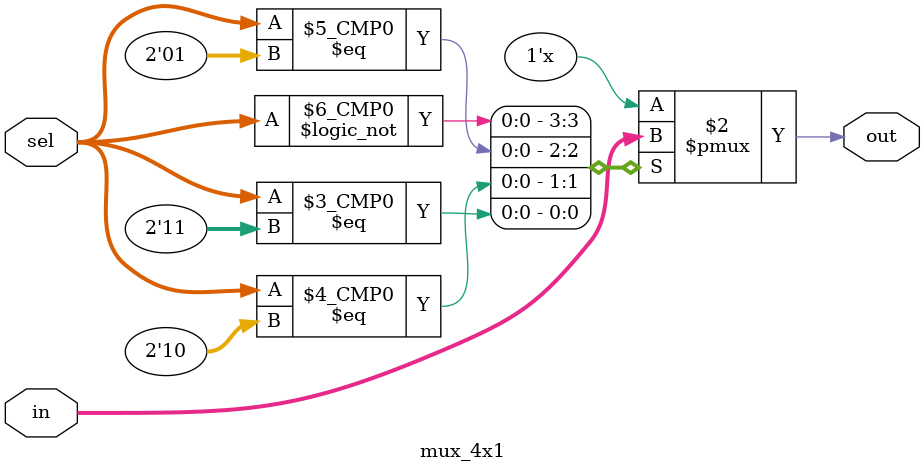
<source format=v>

`include	 "counter4b.v"
`include  "counter2b.v"
`include  "ipcore_dir/counter7b.v"
`include  "dcm180.v"

module dds_9958(
	output wire ready_o, 
	output wire [5:0] amp_o, 
	output reg [31:0] freq_o, 
	output reg [13:0] phase_o, 
	output wire [7:0] dds_spi_o, 
	output wire [63:0] check_o,
	output wire [7:0] id,
	input wire clk_i, 
	input wire reset_i, 
	input wire dds_reset_i,
	input wire [31:0] data_i, 
	input wire [3:0] cmd_i, 
	input wire cmdtrig_i, 
	input wire [1:0] sel,
	output reg [7:0] test_o);
	
	//ad9959
	assign id = 8'h00;
	
	localparam			ACMD_FRQ	= 2'b00;
	localparam			ACMD_PHS	= 2'b01;
	localparam			ACMD_AMP	= 2'b10;
	localparam			ACMD_CHN	= 2'b11;

    //addressing stuffs
	parameter   MYADDR = 0;
	wire  new_cmd_trig = cmdtrig_i & (cmd_i[3:2] == MYADDR) & ready_o;
	assign dds_spi_o[4] = dds_reset_i & (cmd_i[3:2] == MYADDR);

    //fix up inputs
	reg [39:0] fixedData;
	reg [3:0] limit;

	//input fixing mux
	/*always @(data_i, cmd_i) 
	case(cmd_i[1:0])
		ACMD_FRQ: begin
						limit <= 4'h9;
						fixedData[39:0] <= {8'h04, data_i[31:0]};
				  end
		ACMD_PHS: begin
						limit <= 4'h5;
						fixedData [39:0] <= (sel[1]) ? {16'h0005, 2'b00, data_i[13:0]} : {data_i[23:0], 16'h0000};//{data_i[31:24], 2'b00, data_i[13:0], 16'h0000};
				  end
		ACMD_AMP: begin
						limit <= 4'h7;
						fixedData <= (sel[1]) ? {20'h06001, data_i[11:0]}  : {data_i[31:0], 8'h00};//{data_i[31:24], 12'h001, 2'b00, data_i[9:0], 8'h00};
				  end
		ACMD_CHN: begin
						limit <= 4'h3;
						fixedData <= {data_i[15:0], 24'h0000000};
						test_o <= data_i[7:0];
					end
		endcase*/
		  
	always @(negedge clk_i) begin
		if (new_cmd_trig) begin
			case(cmd_i[1:0])
            ACMD_FRQ: begin
                        limit <= 4'h9;
								fixedData[39:0] <= {8'h04, data_i[31:0]};
                    end
            ACMD_PHS: begin
								limit <= 4'h5;
								fixedData[39:0] <= (sel[1]) ? {8'h05, 2'b00, data_i[13:0], 16'h0000} : {data_i[23:0], 16'h0000};//{data_i[31:24], 2'b00, data_i[13:0], 16'h0000}; Changed for correct phase operation CWC 10252012
                    end
            ACMD_AMP: begin
								limit <= 4'h7;
								fixedData[39:0] <= (sel[1]) ? {20'h06001, 2'b0, data_i[9:0], 8'h00}  : {data_i[31:0], 8'h00};//{data_i[31:24], 12'h001, 2'b00, data_i[9:0], 8'h00};
                    end
            ACMD_CHN: begin
								limit <= 4'h3;
								fixedData[39:0] <= {data_i[15:0], 24'h0000000};
								test_o <= data_i[7:0];
                    end
			endcase
		end
	end
	//piso declaration
	multiplexedPISO_9959 ddsSend(.clk(clk_i),  .rset(reset_i), .trig(new_cmd_trig), .parIn(fixedData[39:0]), .sel(sel[0]), .sdio(dds_spi_o[3:0]), .ioUpdate(dds_spi_o[7]), .csb(dds_spi_o[6]), .sclk(dds_spi_o[5]), .limit(limit[3:0]), .ready(ready_o));

	//SPI_4 CHECKER
	supply0 lo;
	wire [63:0] checkedData;
	wire [63:0] shifted = {checkedData[59:0], dds_spi_o[3:0]};
	wire read = ~dds_spi_o[6];
	ramW64D2 shifterRam(.clka(dds_spi_o[5]), .wea(read), .addra(lo), .dina(shifted[63:0]), .douta(checkedData[63:0]));
	
	assign check_o = checkedData;

endmodule

module dds_9959(
	output wire ready_o, 
	output wire [5:0] amp_o, 
	output reg [31:0] freq_o, 
	output reg [13:0] phase_o, 
	output wire [7:0] dds_spi_o, 
	output wire [63:0] check_o,
	output wire [7:0] id,
	input wire clk_i, 
	input wire reset_i, 
	input wire dds_reset_i,
	input wire [31:0] data_i, 
	input wire [3:0] cmd_i, 
	input wire cmdtrig_i, 
	input wire [1:0] sel,
	output reg [7:0] test_o);
	
	//ad9959
	assign id = 8'h01;
	
	localparam			ACMD_FRQ	= 2'b00;
	localparam			ACMD_PHS	= 2'b01;
	localparam			ACMD_AMP	= 2'b10;
	localparam			ACMD_CHN	= 2'b11;

    //addressing stuffs
	parameter   MYADDR = 0;
	wire  new_cmd_trig = cmdtrig_i & (cmd_i[3:2] == MYADDR) & ready_o;
	assign dds_spi_o[4] = dds_reset_i & (cmd_i[3:2] == MYADDR);

    //fix up inputs
	reg [39:0] fixedData;
	reg [3:0] limit;

	//input fixing mux
	/*always @(data_i, cmd_i) 
	case(cmd_i[1:0])
		ACMD_FRQ: begin
						limit <= 4'h9;
						fixedData[39:0] <= {8'h04, data_i[31:0]};
				  end
		ACMD_PHS: begin
						limit <= 4'h5;
						fixedData [39:0] <= (sel[1]) ? {16'h0005, 2'b00, data_i[13:0]} : {data_i[23:0], 16'h0000};//{data_i[31:24], 2'b00, data_i[13:0], 16'h0000};
				  end
		ACMD_AMP: begin
						limit <= 4'h7;
						fixedData <= (sel[1]) ? {20'h06001, data_i[11:0]}  : {data_i[31:0], 8'h00};//{data_i[31:24], 12'h001, 2'b00, data_i[9:0], 8'h00};
				  end
		ACMD_CHN: begin
						limit <= 4'h3;
						fixedData <= {data_i[15:0], 24'h0000000};
						test_o <= data_i[7:0];
					end
		endcase*/
		  
	always @(negedge clk_i) begin
		if (new_cmd_trig) begin
			case(cmd_i[1:0])
            ACMD_FRQ: begin
                        limit <= 4'h9;
								fixedData[39:0] <= {8'h04, data_i[31:0]};
                    end
            ACMD_PHS: begin
								limit <= 4'h5;
								fixedData[39:0] <= (sel[1]) ? {8'h05, 2'b00, data_i[13:0], 16'h0000} : {data_i[23:0], 16'h0000};//{data_i[31:24], 2'b00, data_i[13:0], 16'h0000}; Changed for correct phase operation CWC 10252012
                    end
            ACMD_AMP: begin
								limit <= 4'h7;
								fixedData[39:0] <= (sel[1]) ? {20'h06001, 2'b0, data_i[9:0], 8'h00}  : {data_i[31:0], 8'h00};//{data_i[31:24], 12'h001, 2'b00, data_i[9:0], 8'h00};
                    end
            ACMD_CHN: begin
								limit <= 4'h3;
								fixedData[39:0] <= {data_i[15:0], 24'h0000000};
								test_o <= data_i[7:0];
                    end
			endcase
		end
	end
	//piso declaration
	multiplexedPISO_9959 ddsSend(.clk(clk_i),  .rset(reset_i), .trig(new_cmd_trig), .parIn(fixedData[39:0]), .sel(sel[0]), .sdio(dds_spi_o[3:0]), .ioUpdate(dds_spi_o[7]), .csb(dds_spi_o[6]), .sclk(dds_spi_o[5]), .limit(limit[3:0]), .ready(ready_o));

	//SPI_4 CHECKER
	supply0 lo;
	wire [63:0] checkedData;
	wire [63:0] shifted = {checkedData[59:0], dds_spi_o[3:0]};
	wire read = ~dds_spi_o[6];
	ramW64D2 shifterRam(.clka(dds_spi_o[5]), .wea(read), .addra(lo), .dina(shifted[63:0]), .douta(checkedData[63:0]));
	
	assign check_o = checkedData;

endmodule

//PISO *******************************************************************************
module multiplexedPISO_9959(clk, rset, trig, parIn, sel, sdio, ioUpdate, csb, sclk, limit, ready);
	input wire clk;
	input wire rset;
	input wire trig;
	input wire [39:0] parIn;
	input wire sel;
	output wire [3:0] sdio;
	output wire ioUpdate;
	output wire csb;
	output wire sclk;
	input wire [3:0] limit;
	output wire ready;
	
	//ioupdate counter
	wire ioSend;
	wire ioSend_ = ~ioSend;
	wire [1:0] ioCounts;
	counter2b ioCtr(.sclr(ioSend_), .clk(clk), .q(ioCounts));
	wire ioEqual = &ioCounts[1:0];
	
	//serial multiplexed circuits
	wire send;
	wire send_ = ~send;
	
	//INIT - sends single-wire SPI signal
	reg [15:0] initWord = 16'h00c6; //16'b0000000011000110 accessing CSR register (0x00), enabling both channels, set to 4-bit serial mode, and MSB first 
	wire [3:0] initCounts;
	wire initSend = send_ | ~sel | ioSend;
	counter4b initCtr(.sclr(initSend), .clk(clk), .q(initCounts[3:0]));
	
	wire initDone = &initCounts[3:0];
	wire initPart1, initPart2, initOut;
	mux_8x1 im0(.in(initWord[15:8]), .sel(initCounts[2:0]), .out(initPart1));
	mux_8x1 im1(.in(initWord[7:0]), .sel(initCounts[2:0]), .out(initPart2));
	MUXF7 muxf7_i(.I0(initPart1), .I1(initPart2), .S(initCounts[3]), .O(initOut));
	
	//AD-32 - sends 4-wire SPI signal
	wire [3:0] adCounts;
	wire adSend = send_ | sel | ioSend;
	counter4b adCtr(.sclr(adSend), .clk(clk), .q(adCounts[3:0]));
	
	wire adDone = adCounts == limit; //4'h9;
	wire [3:0] adPart1, adPart2, adPart3, adPart4, adOut;
	mux_16x4 ad1(.in(parIn[39:24]), .sel(adCounts[1:0]), .out(adPart1[3:0]));
	mux_16x4 ad2(.in(parIn[23:8]), .sel(adCounts[1:0]), .out(adPart2[3:0]));
	
	MUXF6 muxf6_1(.I0(adPart1[3]), .I1(adPart2[3]), .S(adCounts[2]), .O(adPart3[3]));
	MUXF6 muxf6_2(.I0(adPart1[2]), .I1(adPart2[2]), .S(adCounts[2]), .O(adPart3[2]));
	MUXF6 muxf6_3(.I0(adPart1[1]), .I1(adPart2[1]), .S(adCounts[2]), .O(adPart3[1]));
	MUXF6 muxf6_4(.I0(adPart1[0]), .I1(adPart2[0]), .S(adCounts[2]), .O(adPart3[0]));
	
	MUXCY mxcy_1(.DI(parIn[7]), .CI(parIn[3]), .S(adCounts[0]), .O(adPart4[3]));
	MUXCY mxcy_2(.DI(parIn[6]), .CI(parIn[2]), .S(adCounts[0]), .O(adPart4[2]));
	MUXCY mxcy_3(.DI(parIn[5]), .CI(parIn[1]), .S(adCounts[0]), .O(adPart4[1]));
	MUXCY mxcy_4(.DI(parIn[4]), .CI(parIn[0]), .S(adCounts[0]), .O(adPart4[0]));
	
	MUXF7 muxf7_1(.I0(adPart3[3]), .I1(adPart4[3]), .S(adCounts[3]), .O(adOut[3]));
	MUXF7 muxf7_2(.I0(adPart3[2]), .I1(adPart4[2]), .S(adCounts[3]), .O(adOut[2]));
	MUXF7 muxf7_3(.I0(adPart3[1]), .I1(adPart4[1]), .S(adCounts[3]), .O(adOut[1]));
	MUXF7 muxf7_4(.I0(adPart3[0]), .I1(adPart4[0]), .S(adCounts[3]), .O(adOut[0]));

	//state machine
	wire serCtrRset = send_ | ioSend;
	wire serDone = initDone | adDone;
	wire done;
	wire done_ = ~done;
	wire toggle = (trig & send_) | done;
	FDCE_1 FDCE_1_1 (.Q(send), .C(clk), .CE(toggle), .CLR(rset), .D(send_));
	
	wire toggle2 = (send & serDone & ioSend_) | done;
	FDCE_1 FDCE_n_1(.Q(ioSend), .C(clk), .CE(toggle2), .CLR(rset), .D(ioSend_));
	
	wire toggle3 = (ioSend & ioEqual) | done;
	FDCE FDCE_n_2 (.Q(done), .C(clk), .CE(toggle3), .CLR(rset), .D(done_));
	
	//final assignments
	assign sdio[0] = (adOut[0] & ~sel) | (initOut & sel);
	assign sdio[3:1] = adOut[3:1];
	
	dcm180 dcm2(.CLKIN_IN(clk), .CLK180_OUT(sclk));
	
	//ire notDelayedUpdate = ioSend & ~sel;
	FDC FDC_n_1 (.Q(ioUpdate), .C(clk), .CLR(rset), .D(ioSend));
	
	wire csb1, csb2;
	assign csb1 = (~trig & send_) | ioSend;
	wire notDelayedCsb = (~trig & send_) | ioSend;
	FDC FDC_n_2 (.Q(csb2), .C(clk), .CLR(rset), .D(notDelayedCsb));
	assign csb = csb1 & csb2;
	
	assign ready = send_ & ~ioUpdate;
endmodule

//MUX STACK *******************************************************************************

module mux_16x4(in, sel, out);
	input wire [15:0] in;
	input wire [1:0] sel;
	output wire [3:0] out;
	
	wire [3:0] w0 = {in[15], in[11], in[7], in[3]}; 
	mux_4x1 m0(.in(w0[3:0]), .sel(sel[1:0]), .out(out[3]));
	
	wire [3:0] w1 = {in[14], in[10], in[6], in[2]}; 
	mux_4x1 m1(.in(w1[3:0]), .sel(sel[1:0]), .out(out[2]));
	
	wire [3:0] w2 = {in[13], in[9], in[5], in[1]}; 
	mux_4x1 m2(.in(w2[3:0]), .sel(sel[1:0]), .out(out[1]));
	
	wire [3:0] w3 = {in[12], in[8], in[4], in[0]}; 
	mux_4x1 m3(.in(w3[3:0]), .sel(sel[1:0]), .out(out[0]));
endmodule

module mux_8x1(in, sel, out);
	input wire [7:0] in;
	input wire [2:0] sel;
	output wire out;
	wire [1:0] bus;

	mux_4x1 m1(.in(in[7:4]), .sel(sel[1:0]), .out(bus[1]));
	mux_4x1 m2(.in(in[3:0]), .sel(sel[1:0]), .out(bus[0]));

	//the input wires must be parsed backwards
	MUXF6 muxf6_2(.I0(bus[1]), .I1(bus[0]), .S(sel[2]), .O(out));
endmodule

module mux_4x1(in, sel, out);
	input wire [3:0] in;
	input wire [1:0] sel;
	output reg out;
	always @(in or sel)
		case(sel)
			2'b00: out <= in[3];	//the input wires must be parsed backwards
			2'b01: out <= in[2];
			2'b10: out <= in[1];
			2'b11: out <= in[0];
			default: out <= 1'bx;
		endcase
endmodule


//*****************************************************************************************
/*module dds_9910(
	output wire ready_o,
	output wire [5:0] amp_o,
	output reg [31:0] freq_o,
	output reg [13:0] phase_o,
	output wire [12:0] dds_spi_o,
	output wire [63:0] check_o,
	output wire [7:0] id,
	input wire clk_i,
	input wire reset_i,
	input wire dds_reset_i,
	input wire [39:0] data_i, 
	input wire [3:0] cmd_i,
	input wire cmdtrig_i, 
	input wire sel);
	
	//ad9910
	assign id = 8'h02;
	
	localparam			ACMD_FRQ	= 2'b00;
	localparam			ACMD_PHS	= 2'b01;
	localparam			ACMD_AMP	= 2'b10;
	localparam			ACMD_INIT	= 2'b11;

    //addressing stuffs
	parameter   MYADDR = 0;
	wire  new_cmd_trig = cmdtrig_i & (cmd_i[3:2] == MYADDR);
	assign dds_spi_o[9] = dds_reset_i & (cmd_i[3:2] == MYADDR);
    
    //fix up inputs
	 reg [31:0] freq;
	 reg [15:0] amp, phs;
	 reg [7:0] addr;
    reg [6:0] limit;
	 wire [71:0] fixedData = {addr[7:0], amp[15:0], phs[15:0], freq[31:0]};
    
	//input fixing mux
	always @(negedge clk_i) begin
		if (new_cmd_trig) begin
			case(cmd_i[1:0])
            ACMD_FRQ: begin
                        limit <= 7'b1000111;//71 => 7'b1000111
                        //fixedData[71:0] <= 72'h0e08b5000020000000;
								addr <= 8'h0e;
								freq[31:0] <= data_i[31:0];
                    end
            ACMD_PHS: begin
								limit <= 7'b1000111;//71 => 7'b1000111
                        addr <= 8'h0e;
								phs[15:0] <= data_i[15:0];
                    end
            ACMD_AMP: begin
								limit <= 7'b1000111;//71 => 7'b1000111
                        addr <= 8'h0e;
								amp[15:0] <= {2'b0, data_i[13:0]};
                    end
            ACMD_INIT: begin
							limit <= 7'b0100111;//39 => 7'b0100111
							addr <= data_i[39:32];
							amp <= data_i[31:16];
							phs <= data_i[15:0];
//								1'b0: begin
//										limit <= 7'b0100111;//39 => 7'b0100111
//										addr <= 8'h02;
//										amp <= 16'h1d1f;
//										phs <= 16'h41c8;
//									end
//								1'b1: begin
//										limit <= 7'b0100111;//39 => 7'b0100111
//										addr <= 8'h01;
//										amp <= 16'h0100;
//										phs <= 16'h0820;
//									end
                    end
			endcase
		end
	end
	//piso declaration
	multiplexedPISO_9910 ddsSend(.clk(clk_i),  .rset(reset_i), .trig(new_cmd_trig), .parIn(fixedData[71:0]), .sel(sel), .sout(dds_spi_o[8]), .pout(dds_spi_o[7:0]), .ioUpdate(dds_spi_o[12]), .csb(dds_spi_o[11]), .sclk(dds_spi_o[10]), .limit(limit[6:0]), .ready(ready_o));

	//SPI_1 CHECKER
	supply0 lo;
	wire [63:0] checkedData;
	wire [63:0] shifted = {checkedData[62:0], dds_spi_o[8]};
	wire read = ~dds_spi_o[11];
	ramW64D2 shifterRam(.clka(dds_spi_o[10]), .wea(read), .addra(lo), .dina(shifted[63:0]), .douta(checkedData[63:0]));
	
	assign check_o = checkedData;
	
endmodule // ddssys

//PISO *******************************************************************************
module multiplexedPISO_9910(clk, rset, trig, parIn, sel, sout, pout, ioUpdate, csb, sclk, limit, ready);
	input wire clk;
	input wire rset;
	input wire trig;
	input wire [71:0] parIn;
	input wire sel;
	output wire sout; //7:0 == parallel wires, 8 == SPI wire
	output wire [7:0] pout;
	output wire ioUpdate;
	output wire csb;
	output wire sclk;
	input wire [6:0] limit;
	output wire ready;

	//ioupdate counter
	wire ioSend;
	wire ioSend_ = ~ioSend;
	wire [1:0] ioCounts;
	counter2b ioCtr(.sclr(ioSend_), .clk(clk), .q(ioCounts));
	wire ioEqual = &ioCounts[1:0];
	
	//serial multiplexed circuits
	wire send;
	wire send_ = ~send;
	
	//SPI - sends single-wire SPI signal
	//reg [71:0] initWord = 72'h021D1F41C8bcef0123;//72'h021D1F41C800000000;
	wire [6:0] initCounts;
	wire initSend = send_ | ~sel | ioSend;
	counter7b initCtr(.sclr(initSend), .clk(clk), .q(initCounts[6:0]));
	
	wire initDone = initCounts[6:0] == limit[6:0];  //71 => 7'b1000111, 39 => 7'b0100111
	wire [8:0] initPart1;
	wire initOut, initPart2;
	mux_8x1 m0(.in(parIn[7:0]), .sel(initCounts[2:0]), .out(initPart1[8]));
	mux_8x1 m1(.in(parIn[15:8]), .sel(initCounts[2:0]), .out(initPart1[0]));
	mux_8x1 m2(.in(parIn[23:16]), .sel(initCounts[2:0]), .out(initPart1[1]));
	mux_8x1 m4(.in(parIn[31:24]), .sel(initCounts[2:0]), .out(initPart1[2]));
	mux_8x1 m5(.in(parIn[39:32]), .sel(initCounts[2:0]), .out(initPart1[3]));
	mux_8x1 m6(.in(parIn[47:40]), .sel(initCounts[2:0]), .out(initPart1[4]));
	mux_8x1 m7(.in(parIn[55:48]), .sel(initCounts[2:0]), .out(initPart1[5]));
	mux_8x1 m8(.in(parIn[63:56]), .sel(initCounts[2:0]), .out(initPart1[6]));
	mux_8x1 m9(.in(parIn[71:64]), .sel(initCounts[2:0]), .out(initPart1[7]));
	
	//wire [7:0] initPart2 = {initPart1, 3'b0};
	mux_8x1 m10(.in(initPart1[7:0]), .sel(initCounts[5:3]), .out(initPart2));
	MUXCY m11(.O(initOut), .DI(initPart2), .CI(initPart1[8]), .S(initCounts[6]));
	
	//Parallel - sends 8-wire parallel signal
	//wire [3:0] adCounts;
	//wire adSend = send_ | sel | ioSend;
	//counter4b adCtr(.sclr(adSend), .clk(clk), .q(adCounts[3:0]));
	
	//wire adDone = adCounts == limit;
	//wire [7:0] adPart1, adPart2, adPart3, adPart4, adOut;


	//state machine
	wire serCtrRset = send_ | ioSend;
	wire serDone = initDone;// | adDone;
	wire done;
	wire done_ = ~done;
	wire toggle = (trig & send_) | done;
	FDCE_1 FDCE_1_1 (.Q(send), .C(clk), .CE(toggle), .CLR(rset), .D(send_));
	
	wire toggle2 = (send & serDone & ioSend_) | done;
	FDCE_1 FDCE_n_1(.Q(ioSend), .C(clk), .CE(toggle2), .CLR(rset), .D(ioSend_));
	
	wire toggle3 = (ioSend & ioEqual) | done;
	FDCE FDCE_n_2 (.Q(done), .C(clk), .CE(toggle3), .CLR(rset), .D(done_));
	
	//final assignments
	assign sout = initOut;
	assign pout[7:0] = {initCounts[5:0], send};
	
	dcm180 dcm2(.CLKIN_IN(clk), .CLK180_OUT(sclk));
	//assign sclk = ~clk;
	
	//ire notDelayedUpdate = ioSend & ~sel;
	FDC FDC_n_1 (.Q(ioUpdate), .C(clk), .CLR(rset), .D(ioSend));
	
	wire csb1, csb2;
	assign csb1 = (~trig & send_) | ioSend;
	wire notDelayedCsb = (~trig & send_) | ioSend;
	FDC FDC_n_2 (.Q(csb2), .C(clk), .CLR(rset), .D(notDelayedCsb));
	assign csb = csb1 & csb2;
	
	assign ready = send_ & ~ioUpdate;
endmodule*/

</source>
